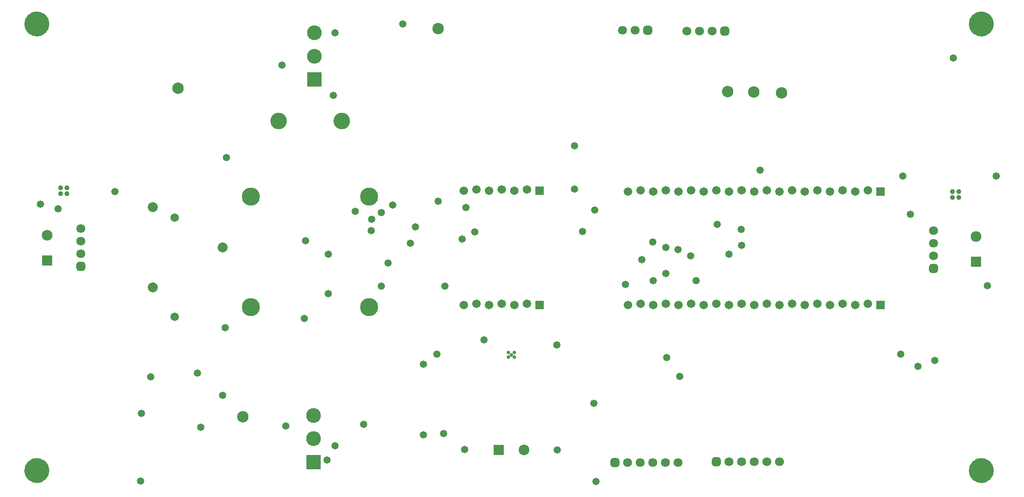
<source format=gbs>
G04*
G04 #@! TF.GenerationSoftware,Altium Limited,Altium Designer,25.8.1 (18)*
G04*
G04 Layer_Color=16711935*
%FSLAX44Y44*%
%MOMM*%
G71*
G04*
G04 #@! TF.SameCoordinates,3252FE53-E486-4FD3-897B-B0AFD7199433*
G04*
G04*
G04 #@! TF.FilePolarity,Negative*
G04*
G01*
G75*
%ADD55C,2.5000*%
%ADD70C,2.3032*%
%ADD71C,1.8032*%
%ADD72C,1.7032*%
G04:AMPARAMS|DCode=73|XSize=1.8032mm|YSize=1.8032mm|CornerRadius=0.5016mm|HoleSize=0mm|Usage=FLASHONLY|Rotation=180.000|XOffset=0mm|YOffset=0mm|HoleType=Round|Shape=RoundedRectangle|*
%AMROUNDEDRECTD73*
21,1,1.8032,0.8000,0,0,180.0*
21,1,0.8000,1.8032,0,0,180.0*
1,1,1.0032,-0.4000,0.4000*
1,1,1.0032,0.4000,0.4000*
1,1,1.0032,0.4000,-0.4000*
1,1,1.0032,-0.4000,-0.4000*
%
%ADD73ROUNDEDRECTD73*%
%ADD74C,1.0032*%
%ADD75R,1.7032X1.7032*%
%ADD76C,3.3292*%
%ADD77C,2.1532*%
%ADD78R,2.1532X2.1532*%
G04:AMPARAMS|DCode=79|XSize=1.8032mm|YSize=1.8032mm|CornerRadius=0.5016mm|HoleSize=0mm|Usage=FLASHONLY|Rotation=90.000|XOffset=0mm|YOffset=0mm|HoleType=Round|Shape=RoundedRectangle|*
%AMROUNDEDRECTD79*
21,1,1.8032,0.8000,0,0,90.0*
21,1,0.8000,1.8032,0,0,90.0*
1,1,1.0032,0.4000,0.4000*
1,1,1.0032,0.4000,-0.4000*
1,1,1.0032,-0.4000,-0.4000*
1,1,1.0032,-0.4000,0.4000*
%
%ADD79ROUNDEDRECTD79*%
%ADD80C,3.6532*%
%ADD81R,2.1532X2.1532*%
%ADD82C,2.0032*%
%ADD83C,2.9782*%
%ADD84R,2.9782X2.9782*%
%ADD85C,1.4732*%
%ADD86C,0.7032*%
D55*
X1962500Y950000D02*
G03*
X1962500Y950000I-12500J0D01*
G01*
Y50000D02*
G03*
X1962500Y50000I-12500J0D01*
G01*
X62500Y950000D02*
G03*
X62500Y950000I-12500J0D01*
G01*
Y50000D02*
G03*
X62500Y50000I-12500J0D01*
G01*
D70*
X1440180Y814070D02*
D03*
X1548130Y811530D02*
D03*
X857250Y941070D02*
D03*
X334010Y820420D02*
D03*
X1492250Y812800D02*
D03*
X464820Y158750D02*
D03*
D71*
X1263650Y66040D02*
D03*
X1357630Y935990D02*
D03*
X1383030D02*
D03*
X1408430D02*
D03*
X1854200Y533400D02*
D03*
X138659Y538100D02*
D03*
X1253490Y937260D02*
D03*
X1854200Y482600D02*
D03*
Y508000D02*
D03*
X1467740Y67428D02*
D03*
X138659Y487300D02*
D03*
X1442340Y67428D02*
D03*
X1339850Y66040D02*
D03*
X1228090Y937260D02*
D03*
X1543940Y67428D02*
D03*
X1314450Y66040D02*
D03*
X138659Y512700D02*
D03*
X1493140Y67428D02*
D03*
X1518540D02*
D03*
X1289050Y66040D02*
D03*
X1238250D02*
D03*
D72*
X1315148Y386470D02*
D03*
X1035728Y616070D02*
D03*
X1721548Y615070D02*
D03*
X1238948Y612530D02*
D03*
X1721548Y386470D02*
D03*
X1238948Y383930D02*
D03*
X327502Y560000D02*
D03*
X1696148Y612530D02*
D03*
X1645348D02*
D03*
X1594548D02*
D03*
X1543748D02*
D03*
X1492948D02*
D03*
X1442148D02*
D03*
X1391348D02*
D03*
X1340548D02*
D03*
X1289748D02*
D03*
X1264348Y615070D02*
D03*
X1315148D02*
D03*
X1365948D02*
D03*
X1416748D02*
D03*
X1467548D02*
D03*
X1518348D02*
D03*
X1569148D02*
D03*
X1619948D02*
D03*
X1670748D02*
D03*
Y386470D02*
D03*
X1619948D02*
D03*
X1569148D02*
D03*
X1518348D02*
D03*
X1467548D02*
D03*
X1416748D02*
D03*
X1365948D02*
D03*
X1264348D02*
D03*
X1289748Y383930D02*
D03*
X1340548D02*
D03*
X1391348D02*
D03*
X1442148D02*
D03*
X1492948D02*
D03*
X1543748D02*
D03*
X1594548D02*
D03*
X1645348D02*
D03*
X1696148D02*
D03*
X1035728Y386470D02*
D03*
X984928D02*
D03*
X934128D02*
D03*
X908728Y383930D02*
D03*
X959528D02*
D03*
X1010328D02*
D03*
X984928Y616070D02*
D03*
X934128D02*
D03*
X908728Y613530D02*
D03*
X959528D02*
D03*
X1010328D02*
D03*
X327502Y360000D02*
D03*
D73*
X1433830Y935990D02*
D03*
X1278890Y937260D02*
D03*
X1212850Y66040D02*
D03*
X1416940Y67428D02*
D03*
D74*
X1892300Y612140D02*
D03*
X1905000D02*
D03*
X1892300Y600710D02*
D03*
X1905000D02*
D03*
X110490Y619760D02*
D03*
X97790Y608330D02*
D03*
X110490D02*
D03*
X97790Y619760D02*
D03*
D75*
X1061128Y383930D02*
D03*
X1746948Y612530D02*
D03*
Y383930D02*
D03*
X1061128Y613530D02*
D03*
D76*
X536170Y754380D02*
D03*
X663170D02*
D03*
D77*
X71120Y524510D02*
D03*
X1939290Y521970D02*
D03*
X1029970Y91440D02*
D03*
D78*
X71120Y473710D02*
D03*
X1939290Y471170D02*
D03*
D79*
X1854200Y457200D02*
D03*
X138659Y461900D02*
D03*
D80*
X480520Y601980D02*
D03*
Y379680D02*
D03*
X718820Y601980D02*
D03*
Y379680D02*
D03*
D81*
X979170Y91440D02*
D03*
D82*
X423502Y500000D02*
D03*
X283502Y581000D02*
D03*
Y419000D02*
D03*
D83*
X608330Y885180D02*
D03*
Y932180D02*
D03*
X607060Y114290D02*
D03*
Y161290D02*
D03*
D84*
X608330Y838180D02*
D03*
X607060Y67290D02*
D03*
D85*
X1365250Y482600D02*
D03*
X742950Y421640D02*
D03*
X854710Y284480D02*
D03*
X742950Y570230D02*
D03*
X871220Y421640D02*
D03*
X1315720Y447040D02*
D03*
X1893570Y881380D02*
D03*
X1791970Y643890D02*
D03*
X786376Y950000D02*
D03*
X1807210Y566420D02*
D03*
X857250Y593090D02*
D03*
X913130Y580390D02*
D03*
X1962150Y422910D02*
D03*
X801370Y508000D02*
D03*
X756920Y468630D02*
D03*
X868680Y124460D02*
D03*
X646430Y806450D02*
D03*
X543560Y867410D02*
D03*
X431800Y680720D02*
D03*
X207010Y612140D02*
D03*
X722630Y533400D02*
D03*
X707390Y143510D02*
D03*
X551180Y139700D02*
D03*
X379730Y137160D02*
D03*
X650240Y100330D02*
D03*
X633730Y71120D02*
D03*
X57150Y586740D02*
D03*
X373380Y246380D02*
D03*
X279400Y238760D02*
D03*
X1856740Y271780D02*
D03*
X1466850Y535940D02*
D03*
X1148080Y532130D02*
D03*
X690880Y572770D02*
D03*
X1131570Y617220D02*
D03*
Y704850D02*
D03*
X636270Y406400D02*
D03*
X949960Y312960D02*
D03*
X828040Y121920D02*
D03*
Y264160D02*
D03*
X1979930Y643890D02*
D03*
X930910Y530860D02*
D03*
X1315358Y500000D02*
D03*
X1290320Y433070D02*
D03*
X1339850Y495300D02*
D03*
X1267460Y474980D02*
D03*
X1418590Y546100D02*
D03*
X1289050Y510540D02*
D03*
X905510Y516890D02*
D03*
X811530Y541020D02*
D03*
X424180Y201930D02*
D03*
X429260Y337820D02*
D03*
X1442720Y486410D02*
D03*
X636270D02*
D03*
X1343660Y240030D02*
D03*
X1822450Y260350D02*
D03*
X1234440Y425450D02*
D03*
X1316990Y278130D02*
D03*
X1788160Y284480D02*
D03*
X1504950Y655320D02*
D03*
X1170940Y185420D02*
D03*
X1172210Y575310D02*
D03*
X590550Y513080D02*
D03*
X588010Y356870D02*
D03*
X1468120Y504190D02*
D03*
X765810Y585470D02*
D03*
X723900Y556260D02*
D03*
X1174750Y27940D02*
D03*
X259080Y29210D02*
D03*
X260350Y165100D02*
D03*
X910590Y92710D02*
D03*
X1096010Y303530D02*
D03*
X1097280Y91440D02*
D03*
X650240Y932180D02*
D03*
X1376680Y433070D02*
D03*
X92710Y577850D02*
D03*
D86*
X1010570Y287710D02*
D03*
Y278710D02*
D03*
X998570Y287710D02*
D03*
X1004570Y283210D02*
D03*
X998570Y278710D02*
D03*
M02*

</source>
